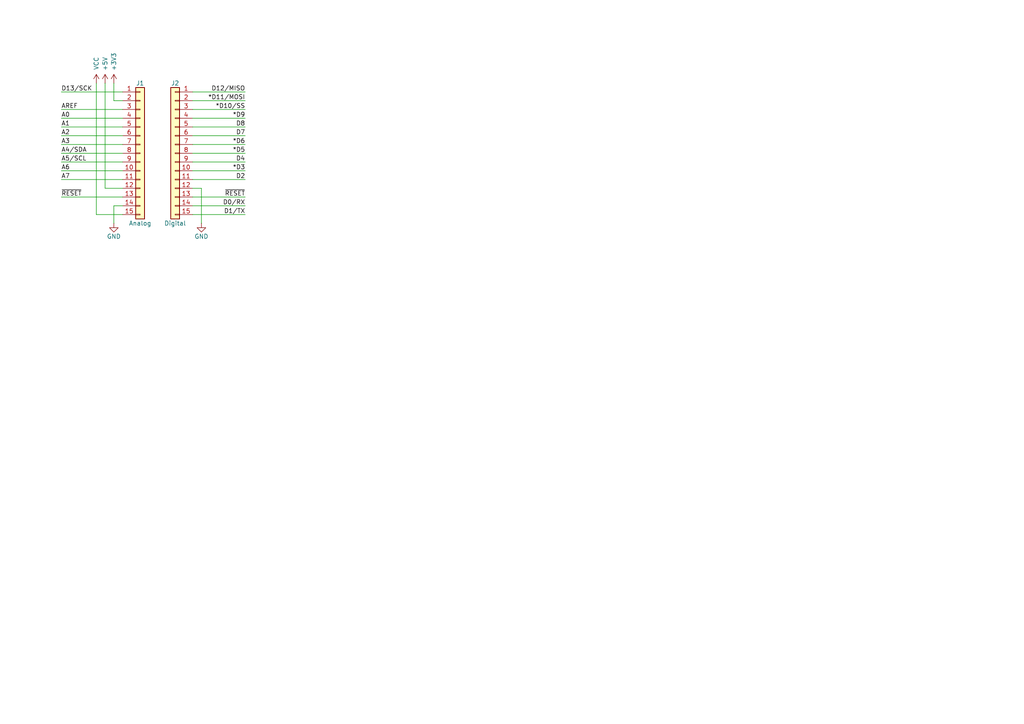
<source format=kicad_sch>
(kicad_sch (version 20250114) (generator "eeschema") (generator_version "9.0")
  (paper "A4")
  (title_block (date "sam. 04 avril 2015"))
  (lib_symbols
    (symbol "Connector_Generic:Conn_01x15" (pin_names (offset 1.016) (hide yes))
      (property "Reference" "J" (at 0 20.32 0))
      (property "Value" "Conn_01x15" (at 0 -20.32 0))
      (symbol "Conn_01x15_1_1"
        (rectangle (start -1.27 19.05) (end 1.27 -19.05) (stroke (width 0.254)) (fill (type background)))
        (rectangle (start -1.27 17.907) (end 0 17.653) (stroke (width 0.1524)))
        (rectangle (start -1.27 15.367) (end 0 15.113) (stroke (width 0.1524)))
        (rectangle (start -1.27 12.827) (end 0 12.573) (stroke (width 0.1524)))
        (rectangle (start -1.27 10.287) (end 0 10.033) (stroke (width 0.1524)))
        (rectangle (start -1.27 7.747) (end 0 7.493) (stroke (width 0.1524)))
        (rectangle (start -1.27 5.207) (end 0 4.953) (stroke (width 0.1524)))
        (rectangle (start -1.27 2.667) (end 0 2.413) (stroke (width 0.1524)))
        (rectangle (start -1.27 0.127) (end 0 -0.127) (stroke (width 0.1524)))
        (rectangle (start -1.27 -2.413) (end 0 -2.667) (stroke (width 0.1524)))
        (rectangle (start -1.27 -4.953) (end 0 -5.207) (stroke (width 0.1524)))
        (rectangle (start -1.27 -7.493) (end 0 -7.747) (stroke (width 0.1524)))
        (rectangle (start -1.27 -10.033) (end 0 -10.287) (stroke (width 0.1524)))
        (rectangle (start -1.27 -12.573) (end 0 -12.827) (stroke (width 0.1524)))
        (rectangle (start -1.27 -15.113) (end 0 -15.367) (stroke (width 0.1524)))
        (rectangle (start -1.27 -17.653) (end 0 -17.907) (stroke (width 0.1524)))
        (pin passive line (at -5.08 17.78 0) (length 3.81) (name "Pin_1") (number "1"))
        (pin passive line (at -5.08 15.24 0) (length 3.81) (name "Pin_2") (number "2"))
        (pin passive line (at -5.08 12.7 0) (length 3.81) (name "Pin_3") (number "3"))
        (pin passive line (at -5.08 10.16 0) (length 3.81) (name "Pin_4") (number "4"))
        (pin passive line (at -5.08 7.62 0) (length 3.81) (name "Pin_5") (number "5"))
        (pin passive line (at -5.08 5.08 0) (length 3.81) (name "Pin_6") (number "6"))
        (pin passive line (at -5.08 2.54 0) (length 3.81) (name "Pin_7") (number "7"))
        (pin passive line (at -5.08 0 0) (length 3.81) (name "Pin_8") (number "8"))
        (pin passive line (at -5.08 -2.54 0) (length 3.81) (name "Pin_9") (number "9"))
        (pin passive line (at -5.08 -5.08 0) (length 3.81) (name "Pin_10") (number "10"))
        (pin passive line (at -5.08 -7.62 0) (length 3.81) (name "Pin_11") (number "11"))
        (pin passive line (at -5.08 -10.16 0) (length 3.81) (name "Pin_12") (number "12"))
        (pin passive line (at -5.08 -12.7 0) (length 3.81) (name "Pin_13") (number "13"))
        (pin passive line (at -5.08 -15.24 0) (length 3.81) (name "Pin_14") (number "14"))
        (pin passive line (at -5.08 -17.78 0) (length 3.81) (name "Pin_15") (number "15"))
      )
    )
    (symbol "power:+3.3V" (power) (pin_numbers (hide yes)) (pin_names (offset 0) (hide yes))
      (property "Value" "+3.3V" (at 0 3.556 0))
      (symbol "+3.3V_0_1"
        (polyline (pts (xy -0.762 1.27) (xy 0 2.54)))
        (polyline (pts (xy 0 2.54) (xy 0.762 1.27)))
        (polyline (pts (xy 0 0) (xy 0 2.54)))
      )
      (symbol "+3.3V_1_1"
        (pin power_in line (at 0 0 90) (length 0) (name "~") (number "1"))
      )
    )
    (symbol "power:+5V" (power) (pin_numbers (hide yes)) (pin_names (offset 0) (hide yes))
      (property "Value" "+5V" (at 0 3.556 0))
      (symbol "+5V_0_1"
        (polyline (pts (xy -0.762 1.27) (xy 0 2.54)))
        (polyline (pts (xy 0 2.54) (xy 0.762 1.27)))
        (polyline (pts (xy 0 0) (xy 0 2.54)))
      )
      (symbol "+5V_1_1"
        (pin power_in line (at 0 0 90) (length 0) (name "~") (number "1"))
      )
    )
    (symbol "power:GND" (power) (pin_numbers (hide yes)) (pin_names (offset 0) (hide yes))
      (property "Value" "GND" (at 0 -3.81 0))
      (symbol "GND_0_1"
        (polyline (pts (xy 0 0) (xy 0 -1.27) (xy 1.27 -1.27) (xy 0 -2.54) (xy -1.27 -1.27) (xy 0 -1.27)))
      )
      (symbol "GND_1_1"
        (pin power_in line (at 0 0 270) (length 0) (name "~") (number "1"))
      )
    )
    (symbol "power:VCC" (power) (pin_numbers (hide yes)) (pin_names (offset 0) (hide yes))
      (property "Value" "VCC" (at 0 3.556 0))
      (symbol "VCC_0_1"
        (polyline (pts (xy -0.762 1.27) (xy 0 2.54)))
        (polyline (pts (xy 0 2.54) (xy 0.762 1.27)))
        (polyline (pts (xy 0 0) (xy 0 2.54)))
      )
      (symbol "VCC_1_1"
        (pin power_in line (at 0 0 90) (length 0) (name "~") (number "1"))
      )
    )
  )
  (wire (pts (xy 55.88 59.69) (xy 71.12 59.69)))
  (wire (pts (xy 35.56 29.21) (xy 33.02 29.21)))
  (wire (pts (xy 17.78 39.37) (xy 35.56 39.37)))
  (wire (pts (xy 17.78 44.45) (xy 35.56 44.45)))
  (wire (pts (xy 30.48 24.13) (xy 30.48 54.61)))
  (wire (pts (xy 35.56 54.61) (xy 30.48 54.61)))
  (wire (pts (xy 17.78 41.91) (xy 35.56 41.91)))
  (wire (pts (xy 55.88 31.75) (xy 71.12 31.75)))
  (wire (pts (xy 55.88 36.83) (xy 71.12 36.83)))
  (wire (pts (xy 55.88 39.37) (xy 71.12 39.37)))
  (wire (pts (xy 55.88 52.07) (xy 71.12 52.07)))
  (wire (pts (xy 17.78 31.75) (xy 35.56 31.75)))
  (wire (pts (xy 55.88 44.45) (xy 71.12 44.45)))
  (wire (pts (xy 33.02 24.13) (xy 33.02 29.21)))
  (wire (pts (xy 55.88 54.61) (xy 58.42 54.61)))
  (wire (pts (xy 55.88 26.67) (xy 71.12 26.67)))
  (wire (pts (xy 27.94 24.13) (xy 27.94 62.23)))
  (wire (pts (xy 35.56 62.23) (xy 27.94 62.23)))
  (wire (pts (xy 17.78 57.15) (xy 35.56 57.15)))
  (wire (pts (xy 55.88 41.91) (xy 71.12 41.91)))
  (wire (pts (xy 55.88 46.99) (xy 71.12 46.99)))
  (wire (pts (xy 17.78 34.29) (xy 35.56 34.29)))
  (wire (pts (xy 17.78 26.67) (xy 35.56 26.67)))
  (wire (pts (xy 55.88 49.53) (xy 71.12 49.53)))
  (wire (pts (xy 17.78 52.07) (xy 35.56 52.07)))
  (wire (pts (xy 17.78 46.99) (xy 35.56 46.99)))
  (wire (pts (xy 55.88 34.29) (xy 71.12 34.29)))
  (wire (pts (xy 55.88 57.15) (xy 71.12 57.15)))
  (wire (pts (xy 58.42 54.61) (xy 58.42 64.77)))
  (wire (pts (xy 55.88 62.23) (xy 71.12 62.23)))
  (wire (pts (xy 17.78 49.53) (xy 35.56 49.53)))
  (wire (pts (xy 33.02 59.69) (xy 33.02 64.77)))
  (wire (pts (xy 35.56 59.69) (xy 33.02 59.69)))
  (wire (pts (xy 17.78 36.83) (xy 35.56 36.83)))
  (wire (pts (xy 55.88 29.21) (xy 71.12 29.21)))
  (label "D4" (at 71.12 46.99 180))
  (label "*D5" (at 71.12 44.45 180))
  (label "A2" (at 17.78 39.37 0))
  (label "D7" (at 71.12 39.37 180))
  (label "D13{slash}SCK" (at 17.78 26.67 0))
  (label "A7" (at 17.78 52.07 0))
  (label "*D6" (at 71.12 41.91 180))
  (label "*D11{slash}MOSI" (at 71.12 29.21 180))
  (label "A1" (at 17.78 36.83 0))
  (label "A4{slash}SDA" (at 17.78 44.45 0))
  (label "A5{slash}SCL" (at 17.78 46.99 0))
  (label "A3" (at 17.78 41.91 0))
  (label "~{RESET}" (at 71.12 57.15 180))
  (label "~{RESET}" (at 17.78 57.15 0))
  (label "A6" (at 17.78 49.53 0))
  (label "A0" (at 17.78 34.29 0))
  (label "*D9" (at 71.12 34.29 180))
  (label "*D3" (at 71.12 49.53 180))
  (label "D2" (at 71.12 52.07 180))
  (label "D8" (at 71.12 36.83 180))
  (label "D1{slash}TX" (at 71.12 62.23 180))
  (label "D0{slash}RX" (at 71.12 59.69 180))
  (label "AREF" (at 17.78 31.75 0))
  (label "*D10{slash}SS" (at 71.12 31.75 180))
  (label "D12{slash}MISO" (at 71.12 26.67 180))
  (symbol (lib_id "Connector_Generic:Conn_01x15") (at 40.64 44.45 0) (unit 1)
    (property "Reference" "J1" (at 40.64 24.13 0))
    (property "Value" "Analog" (at 40.64 64.77 0))
    (property "Footprint" "Connector_PinHeader_2.54mm:PinHeader_1x15_P2.54mm_Vertical" (effects (hide yes)))
    (property "Description" "Generic connector, single row, 01x15, script generated (kicad-library-utils/schlib/autogen/connector/)" (effects (hide yes)))
  )
  (symbol (lib_id "Connector_Generic:Conn_01x15") (at 50.8 44.45 0) (mirror y) (unit 1)
    (property "Reference" "J2" (at 50.8 24.13 0))
    (property "Value" "Digital" (at 50.8 64.77 0))
    (property "Footprint" "Connector_PinHeader_2.54mm:PinHeader_1x15_P2.54mm_Vertical" (effects (hide yes)))
    (property "Description" "Generic connector, single row, 01x15, script generated (kicad-library-utils/schlib/autogen/connector/)" (effects (hide yes)))
  )
  (symbol (lib_id "power:+5V") (at 30.48 24.13 0) (unit 1)
    (property "Reference" "#PWR0103" (effects (hide yes)))
    (property "Value" "+5V" (at 30.48 20.574 90) (effects (justify left)))
    (property "Description" "Power symbol creates a global label with name \"+5V\"" (effects (hide yes)))
  )
  (symbol (lib_id "power:+3.3V") (at 33.02 24.13 0) (unit 1)
    (property "Reference" "#PWR0102" (effects (hide yes)))
    (property "Value" "+3V3" (at 33.02 20.574 90) (effects (justify left)))
    (property "Description" "Power symbol creates a global label with name \"+3.3V\"" (effects (hide yes)))
  )
  (symbol (lib_id "power:VCC") (at 27.94 24.13 0) (unit 1)
    (property "Reference" "#PWR0101" (effects (hide yes)))
    (property "Value" "VCC" (at 27.94 20.32 90) (effects (justify left)))
    (property "Description" "Power symbol creates a global label with name \"VCC\"" (effects (hide yes)))
  )
  (symbol (lib_id "power:GND") (at 58.42 64.77 0) (unit 1)
    (property "Reference" "#PWR0105" (effects (hide yes)))
    (property "Value" "GND" (at 58.42 68.58 0))
    (property "Description" "Power symbol creates a global label with name \"GND\" , ground" (effects (hide yes)))
  )
  (symbol (lib_id "power:GND") (at 33.02 64.77 0) (unit 1)
    (property "Reference" "#PWR0104" (effects (hide yes)))
    (property "Value" "GND" (at 33.02 68.58 0))
    (property "Description" "Power symbol creates a global label with name \"GND\" , ground" (effects (hide yes)))
  )
)
</source>
